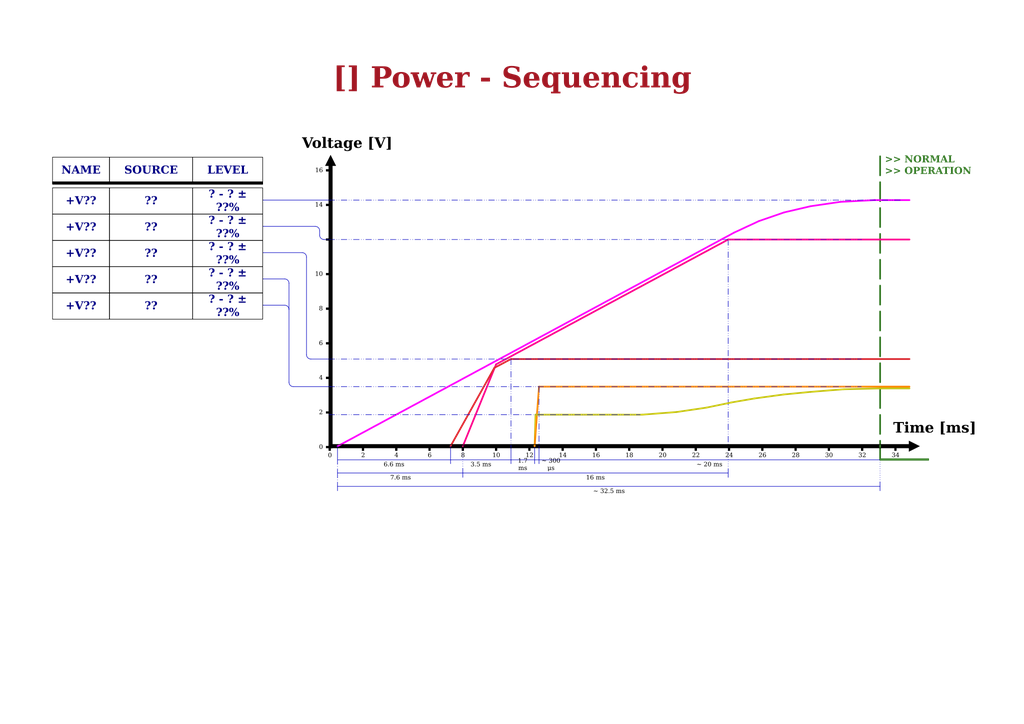
<source format=kicad_sch>
(kicad_sch
	(version 20231120)
	(generator "eeschema")
	(generator_version "8.0")
	(uuid "26e99a33-043b-499d-a26e-816ff79b487a")
	(paper "A4")
	(title_block
		(title "Power - Sequencing")
		(date "2025-01-12")
		(rev "${REVISION}")
		(company "${COMPANY}")
	)
	(lib_symbols)
	(polyline
		(pts
			(xy 155.067 129.413) (xy 156.337 112.141)
		)
		(stroke
			(width 0.5)
			(type default)
			(color 252 134 0 1)
		)
		(uuid "04060073-e3f7-4746-a0ff-3e5a4d411deb")
	)
	(polyline
		(pts
			(xy 134.239 130.048) (xy 134.239 135.9154)
		)
		(stroke
			(width 0)
			(type dot)
		)
		(uuid "046cc92e-5593-4a98-a7fa-f4bb7914ed0d")
	)
	(polyline
		(pts
			(xy 97.9424 133.3754) (xy 130.683 133.3754)
		)
		(stroke
			(width 0)
			(type default)
		)
		(uuid "04dcb800-6295-4fe9-a90b-0487be7268f9")
	)
	(polyline
		(pts
			(xy 97.8916 134.5946) (xy 97.8916 135.8646)
		)
		(stroke
			(width 0)
			(type dot)
		)
		(uuid "064a21e4-52a8-4681-8aa8-5954e753f93b")
	)
	(polyline
		(pts
			(xy 156.337 112.141) (xy 263.779 112.141)
		)
		(stroke
			(width 0.5)
			(type default)
			(color 252 134 0 1)
		)
		(uuid "0cbd4671-7c23-4c0d-a5d5-a92bdb9a4d49")
	)
	(polyline
		(pts
			(xy 95.377 120.269) (xy 185.674 120.269)
		)
		(stroke
			(width 0)
			(type dash_dot_dot)
		)
		(uuid "15d7f7a6-f4cb-4960-8d35-e1c8fc617471")
	)
	(polyline
		(pts
			(xy 148.209 129.413) (xy 148.209 134.493)
		)
		(stroke
			(width 0)
			(type default)
		)
		(uuid "16b1635d-d94b-404c-9ba2-39136e8869cb")
	)
	(polyline
		(pts
			(xy 92.71 66.929) (xy 92.71 68.199)
		)
		(stroke
			(width 0)
			(type default)
		)
		(uuid "18958601-6dec-4ba5-a1a5-a7514534cbda")
	)
	(polyline
		(pts
			(xy 148.209 104.14) (xy 263.779 104.14)
		)
		(stroke
			(width 0.5)
			(type default)
			(color 218 36 44 1)
		)
		(uuid "1bc3e0b2-f1bd-4c65-9de9-401f09dad51c")
	)
	(polyline
		(pts
			(xy 220.091 64.135) (xy 227.457 61.595)
		)
		(stroke
			(width 0.5)
			(type default)
			(color 255 0 255 1)
		)
		(uuid "1cd97e7c-801d-419a-a510-43b5a762b207")
	)
	(polyline
		(pts
			(xy 82.55 88.519) (xy 76.2 88.519)
		)
		(stroke
			(width 0)
			(type default)
		)
		(uuid "1ed88917-e6ee-4df6-9216-8c2e0da78129")
	)
	(polyline
		(pts
			(xy 95.377 112.141) (xy 249.809 112.141)
		)
		(stroke
			(width 0)
			(type dash_dot_dot)
		)
		(uuid "1ff6572d-143c-4238-8f25-067e720bbbbf")
	)
	(polyline
		(pts
			(xy 93.98 69.469) (xy 95.377 69.469)
		)
		(stroke
			(width 0)
			(type default)
		)
		(uuid "29e09398-a3a9-4f57-bfdd-38d07564c58a")
	)
	(polyline
		(pts
			(xy 95.885 112.141) (xy 85.09 112.141)
		)
		(stroke
			(width 0)
			(type default)
		)
		(uuid "32a96fb3-77e5-46f5-a25a-4e98102aa427")
	)
	(polyline
		(pts
			(xy 255.143 112.649) (xy 263.779 112.649)
		)
		(stroke
			(width 0.5)
			(type default)
			(color 197 195 20 1)
		)
		(uuid "3a3d00c3-56ec-4d8a-a7d9-0397fa3a3e45")
	)
	(polyline
		(pts
			(xy 143.891 105.664) (xy 211.201 69.469)
		)
		(stroke
			(width 0.5)
			(type solid)
			(color 255 0 133 1)
		)
		(uuid "3d857eb2-5f91-48c0-9112-8afff14dfc65")
	)
	(polyline
		(pts
			(xy 204.851 118.237) (xy 212.217 116.713)
		)
		(stroke
			(width 0.5)
			(type default)
			(color 197 195 20 1)
		)
		(uuid "402e934a-8d83-49e6-8a3f-99b8ca899696")
	)
	(polyline
		(pts
			(xy 196.215 119.507) (xy 204.851 118.237)
		)
		(stroke
			(width 0.5)
			(type default)
			(color 197 195 20 1)
		)
		(uuid "4280c61a-45c8-4a7b-8270-a5d60633d130")
	)
	(polyline
		(pts
			(xy 95.377 58.039) (xy 76.2 58.039)
		)
		(stroke
			(width 0)
			(type default)
		)
		(uuid "4388f8f9-e0d2-46b2-97ec-882929091d71")
	)
	(polyline
		(pts
			(xy 211.201 69.469) (xy 263.779 69.469)
		)
		(stroke
			(width 0.5)
			(type solid)
			(color 255 0 133 1)
		)
		(uuid "44eaf96d-5e45-4a70-a3bf-1dd8afa456ac")
	)
	(polyline
		(pts
			(xy 134.239 129.413) (xy 143.891 105.664)
		)
		(stroke
			(width 0.5)
			(type solid)
			(color 255 0 133 1)
		)
		(uuid "4eef8a3c-2175-45b3-ab23-de0f873ffbfe")
	)
	(polyline
		(pts
			(xy 97.917 137.1854) (xy 134.239 137.1854)
		)
		(stroke
			(width 0)
			(type default)
		)
		(uuid "4f57c6b4-b978-45ec-9844-c8ad9e61aa5d")
	)
	(polyline
		(pts
			(xy 97.8916 135.9916) (xy 97.8916 138.5316)
		)
		(stroke
			(width 0)
			(type default)
		)
		(uuid "55a4f36a-a576-4c2f-b3c7-44cf763ad263")
	)
	(polyline
		(pts
			(xy 130.683 129.413) (xy 130.683 134.493)
		)
		(stroke
			(width 0)
			(type default)
		)
		(uuid "59f6b2a0-7e51-4de0-b4fd-7157bff9feb1")
	)
	(polyline
		(pts
			(xy 156.337 112.141) (xy 156.337 129.54)
		)
		(stroke
			(width 0)
			(type dash_dot_dot)
		)
		(uuid "64127ee9-5aac-46d5-8312-47d575f0bc14")
	)
	(polyline
		(pts
			(xy 134.239 137.1854) (xy 211.201 137.1854)
		)
		(stroke
			(width 0)
			(type default)
		)
		(uuid "64e18181-ba56-425e-a951-a39d036b182e")
	)
	(polyline
		(pts
			(xy 88.9 74.549) (xy 88.9 102.87)
		)
		(stroke
			(width 0)
			(type default)
		)
		(uuid "6950ddd5-2163-4e4d-a69b-1648827f1d4e")
	)
	(polyline
		(pts
			(xy 227.203 114.427) (xy 235.077 113.665)
		)
		(stroke
			(width 0.5)
			(type default)
			(color 197 195 20 1)
		)
		(uuid "6f701289-21a0-4afa-8a26-75437883b9cb")
	)
	(polyline
		(pts
			(xy 95.25 104.14) (xy 90.17 104.14)
		)
		(stroke
			(width 0)
			(type default)
		)
		(uuid "732b4e53-2cc0-4ac9-9dac-c9cc59cee60a")
	)
	(polyline
		(pts
			(xy 97.917 129.413) (xy 212.979 67.437)
		)
		(stroke
			(width 0.5)
			(type default)
			(color 255 0 255 1)
		)
		(uuid "75c0d4eb-680e-4236-8404-80039f2fb5c4")
	)
	(polyline
		(pts
			(xy 148.209 133.3754) (xy 156.337 133.3754)
		)
		(stroke
			(width 0)
			(type default)
		)
		(uuid "7a09a949-b4b2-4f5c-8ed7-541bb7ec8242")
	)
	(polyline
		(pts
			(xy 253.619 58.039) (xy 263.779 58.039)
		)
		(stroke
			(width 0.5)
			(type default)
			(color 255 0 255 1)
		)
		(uuid "7c9da14b-e301-4a66-ab5f-3de8a268a500")
	)
	(polyline
		(pts
			(xy 243.713 58.547) (xy 253.619 58.039)
		)
		(stroke
			(width 0.5)
			(type default)
			(color 255 0 255 1)
		)
		(uuid "7e4a6444-ec8a-42d3-b128-92a227d1bbb1")
	)
	(polyline
		(pts
			(xy 255.2446 139.8016) (xy 255.2446 142.3416)
		)
		(stroke
			(width 0)
			(type default)
		)
		(uuid "824156ed-8aad-4a35-b28e-d323269989cb")
	)
	(polyline
		(pts
			(xy 148.209 104.14) (xy 148.209 129.413)
		)
		(stroke
			(width 0)
			(type dash_dot_dot)
		)
		(uuid "83b6a3d6-ec25-4a6c-9af7-165178736be2")
	)
	(polyline
		(pts
			(xy 155.067 129.413) (xy 155.321 120.269)
		)
		(stroke
			(width 0.5)
			(type default)
			(color 197 195 20 1)
		)
		(uuid "8c9b1f94-ee83-40e1-ac4c-d0d3d4c40fd4")
	)
	(polyline
		(pts
			(xy 130.7338 133.3754) (xy 148.2598 133.3754)
		)
		(stroke
			(width 0)
			(type default)
		)
		(uuid "8e1b23d4-66f6-4ba2-87da-0e97cd9d658e")
	)
	(polyline
		(pts
			(xy 218.821 115.57) (xy 227.203 114.427)
		)
		(stroke
			(width 0.5)
			(type default)
			(color 197 195 20 1)
		)
		(uuid "9118ad58-9912-450d-b082-4e11db19b414")
	)
	(polyline
		(pts
			(xy 97.8916 129.3876) (xy 97.8916 134.5946)
		)
		(stroke
			(width 0)
			(type default)
		)
		(uuid "98a27ce4-9530-490a-9598-1b7219c1978c")
	)
	(polyline
		(pts
			(xy 186.309 120.269) (xy 196.215 119.507)
		)
		(stroke
			(width 0.5)
			(type default)
			(color 197 195 20 1)
		)
		(uuid "9a4cede9-4ef9-487c-96d7-44db94e0cc0a")
	)
	(polyline
		(pts
			(xy 83.82 82.169) (xy 83.82 110.871)
		)
		(stroke
			(width 0)
			(type default)
		)
		(uuid "9b393a09-50e4-494d-8031-bbbbaced5b06")
	)
	(polyline
		(pts
			(xy 227.457 61.595) (xy 235.077 59.817)
		)
		(stroke
			(width 0.5)
			(type default)
			(color 255 0 255 1)
		)
		(uuid "9e59442d-6890-4c04-af21-553df02642af")
	)
	(polyline
		(pts
			(xy 97.8916 138.5316) (xy 97.8916 139.8016)
		)
		(stroke
			(width 0)
			(type dot)
		)
		(uuid "a158a145-3fd3-45df-929d-eb5cc24ceb4a")
	)
	(polyline
		(pts
			(xy 95.377 58.039) (xy 261.239 58.039)
		)
		(stroke
			(width 0)
			(type dash_dot_dot)
		)
		(uuid "a298d0fc-a47f-419c-87b7-da6d9dffef47")
	)
	(polyline
		(pts
			(xy 155.321 120.269) (xy 186.309 120.269)
		)
		(stroke
			(width 0.5)
			(type default)
			(color 197 195 20 1)
		)
		(uuid "a560ffaa-9a21-4d44-a176-8e4e8fbec7b0")
	)
	(polyline
		(pts
			(xy 95.377 69.469) (xy 249.936 69.469)
		)
		(stroke
			(width 0)
			(type dash_dot_dot)
		)
		(uuid "b69a9f75-60f8-47b6-946e-464b81244be4")
	)
	(polyline
		(pts
			(xy 130.683 129.413) (xy 143.383 106.68)
		)
		(stroke
			(width 0.5)
			(type default)
			(color 218 36 44 1)
		)
		(uuid "b8177396-61fe-43b2-87eb-3c188308fb8c")
	)
	(polyline
		(pts
			(xy 211.201 69.469) (xy 211.201 129.413)
		)
		(stroke
			(width 0)
			(type dash_dot_dot)
		)
		(uuid "ba0e0e57-e2a2-4d76-95e5-f65f4748c5a4")
	)
	(polyline
		(pts
			(xy 97.8916 139.827) (xy 97.8916 142.3416)
		)
		(stroke
			(width 0)
			(type default)
		)
		(uuid "ba4853f8-e420-47ab-8250-bc2cf5d6f59d")
	)
	(polyline
		(pts
			(xy 255.2446 139.8016) (xy 255.2446 133.3246)
		)
		(stroke
			(width 0)
			(type dot)
		)
		(uuid "c1b58298-e82e-4386-ad61-b5cf2bf16fb6")
	)
	(polyline
		(pts
			(xy 91.44 65.659) (xy 76.2 65.659)
		)
		(stroke
			(width 0)
			(type default)
		)
		(uuid "c1d4c6d9-7f4b-40de-83c9-e555724cad71")
	)
	(polyline
		(pts
			(xy 95.377 104.14) (xy 249.809 104.14)
		)
		(stroke
			(width 0)
			(type dash_dot_dot)
		)
		(uuid "c28926c4-6444-4efc-8a98-12a4ac9eb80f")
	)
	(polyline
		(pts
			(xy 156.337 133.3754) (xy 255.2954 133.3754)
		)
		(stroke
			(width 0)
			(type default)
		)
		(uuid "c35beeb1-614a-40f2-a0d5-8295a3825a11")
	)
	(polyline
		(pts
			(xy 211.201 129.413) (xy 211.201 135.509)
		)
		(stroke
			(width 0)
			(type dot)
		)
		(uuid "c6f3a941-76c0-4c68-88f8-94b215297e35")
	)
	(polyline
		(pts
			(xy 211.201 135.9154) (xy 211.201 138.4554)
		)
		(stroke
			(width 0)
			(type default)
		)
		(uuid "cd5ffc00-2ce1-4a7c-b3d2-2cde3fe51dee")
	)
	(polyline
		(pts
			(xy 155.067 129.54) (xy 155.067 134.493)
		)
		(stroke
			(width 0)
			(type default)
		)
		(uuid "ceb42873-f2d5-4dc0-afb9-0aef6086d594")
	)
	(polyline
		(pts
			(xy 156.337 129.54) (xy 156.337 134.493)
		)
		(stroke
			(width 0)
			(type default)
		)
		(uuid "d0925e5d-b937-4361-8ff4-650f1e460ebf")
	)
	(polyline
		(pts
			(xy 76.2 73.279) (xy 87.63 73.279)
		)
		(stroke
			(width 0)
			(type default)
		)
		(uuid "d4b32b04-e775-48e2-b45c-391aca49d61d")
	)
	(polyline
		(pts
			(xy 97.8916 141.0716) (xy 255.2446 141.0716)
		)
		(stroke
			(width 0)
			(type default)
		)
		(uuid "df4d400e-cd57-40c5-80b7-955eec167790")
	)
	(polyline
		(pts
			(xy 255.27 133.35) (xy 255.27 45.339)
		)
		(stroke
			(width 0.5)
			(type dash)
			(color 53 123 38 1)
		)
		(uuid "e0585ef4-3cb5-4ca4-9291-ea6d4631b9df")
	)
	(polyline
		(pts
			(xy 244.729 112.903) (xy 255.143 112.649)
		)
		(stroke
			(width 0.5)
			(type default)
			(color 197 195 20 1)
		)
		(uuid "e3a6d83c-7fe1-4f59-b346-209f9b534df9")
	)
	(polyline
		(pts
			(xy 235.077 113.665) (xy 244.729 112.903)
		)
		(stroke
			(width 0.5)
			(type default)
			(color 197 195 20 1)
		)
		(uuid "e54b7c30-2392-4e52-9ba8-aa0aae3cb26e")
	)
	(polyline
		(pts
			(xy 134.239 135.9154) (xy 134.239 138.4554)
		)
		(stroke
			(width 0)
			(type default)
		)
		(uuid "e74fdd31-8d22-4f61-9d4e-3f6cfd0430c8")
	)
	(polyline
		(pts
			(xy 212.217 116.713) (xy 218.821 115.57)
		)
		(stroke
			(width 0.5)
			(type default)
			(color 197 195 20 1)
		)
		(uuid "e862e0b6-7246-4b91-b58e-fd92c4ba890f")
	)
	(polyline
		(pts
			(xy 143.383 106.68) (xy 148.209 104.14)
		)
		(stroke
			(width 0.5)
			(type default)
			(color 218 36 44 1)
		)
		(uuid "ea13e551-8e4a-4dcc-ba0b-5407e144a22d")
	)
	(polyline
		(pts
			(xy 212.979 67.437) (xy 220.091 64.135)
		)
		(stroke
			(width 0.5)
			(type default)
			(color 255 0 255 1)
		)
		(uuid "ebd69697-1f1b-4c95-905c-1c7c8409afbc")
	)
	(polyline
		(pts
			(xy 235.077 59.817) (xy 243.713 58.547)
		)
		(stroke
			(width 0.5)
			(type default)
			(color 255 0 255 1)
		)
		(uuid "f1ebfb76-e142-488c-88cf-b31fb01b5d8f")
	)
	(polyline
		(pts
			(xy 82.55 80.899) (xy 76.2 80.899)
		)
		(stroke
			(width 0)
			(type default)
		)
		(uuid "f90643b4-a30a-42fa-903d-6b9324bb08a3")
	)
	(rectangle
		(start 94.615 119.38)
		(end 96.139 119.888)
		(stroke
			(width 0)
			(type default)
			(color 0 0 0 1)
		)
		(fill
			(type color)
			(color 0 0 0 1)
		)
		(uuid 01c9fd1d-d2cd-474e-a2f2-7336d2eb5438)
	)
	(rectangle
		(start 114.681 129.159)
		(end 115.189 130.683)
		(stroke
			(width 0)
			(type default)
			(color 0 0 0 1)
		)
		(fill
			(type color)
			(color 0 0 0 1)
		)
		(uuid 085660ca-3a67-46bf-85b0-bb74abf891e3)
	)
	(rectangle
		(start 191.897 129.159)
		(end 192.405 130.683)
		(stroke
			(width 0)
			(type default)
			(color 0 0 0 1)
		)
		(fill
			(type color)
			(color 0 0 0 1)
		)
		(uuid 09774e91-f9d0-4db9-9e0f-815490f4898d)
	)
	(arc
		(start 82.55 80.897)
		(mid 83.4487 81.2689)
		(end 83.82 82.167)
		(stroke
			(width 0)
			(type default)
		)
		(fill
			(type none)
		)
		(uuid 0c0f9f41-f41f-4d24-90e5-831fa1470dea)
	)
	(rectangle
		(start 249.809 129.159)
		(end 250.317 130.683)
		(stroke
			(width 0)
			(type default)
			(color 0 0 0 1)
		)
		(fill
			(type color)
			(color 0 0 0 1)
		)
		(uuid 1c1e908e-05f8-44d9-8561-32d60503f5fa)
	)
	(rectangle
		(start 220.853 129.159)
		(end 221.361 130.683)
		(stroke
			(width 0)
			(type default)
			(color 0 0 0 1)
		)
		(fill
			(type color)
			(color 0 0 0 1)
		)
		(uuid 205e879f-c514-4b78-8bf1-d45ed4980894)
	)
	(rectangle
		(start 94.615 79.248)
		(end 96.139 79.756)
		(stroke
			(width 0)
			(type default)
			(color 0 0 0 1)
		)
		(fill
			(type color)
			(color 0 0 0 1)
		)
		(uuid 23111c0a-8311-4e0b-b6b5-bb05b9cd3eab)
	)
	(rectangle
		(start 201.549 129.159)
		(end 202.057 130.683)
		(stroke
			(width 0)
			(type default)
			(color 0 0 0 1)
		)
		(fill
			(type color)
			(color 0 0 0 1)
		)
		(uuid 3b7d974c-37a0-442f-9733-47c591f05f53)
	)
	(arc
		(start 91.44 65.659)
		(mid 92.338 66.031)
		(end 92.71 66.929)
		(stroke
			(width 0)
			(type default)
		)
		(fill
			(type none)
		)
		(uuid 3c5d6acd-d97b-4c05-80b5-9742f3e3b5f0)
	)
	(rectangle
		(start 95.377 129.159)
		(end 95.885 130.683)
		(stroke
			(width 0)
			(type default)
			(color 0 0 0 1)
		)
		(fill
			(type color)
			(color 0 0 0 1)
		)
		(uuid 3dd077b4-ca8f-47c2-bee1-2e3802083be7)
	)
	(rectangle
		(start 133.985 129.159)
		(end 134.493 130.683)
		(stroke
			(width 0)
			(type default)
			(color 0 0 0 1)
		)
		(fill
			(type color)
			(color 0 0 0 1)
		)
		(uuid 3e62ef00-0c8e-41fa-b2f3-08de867fa54f)
	)
	(rectangle
		(start 94.615 69.215)
		(end 96.139 69.723)
		(stroke
			(width 0)
			(type default)
			(color 0 0 0 1)
		)
		(fill
			(type color)
			(color 0 0 0 1)
		)
		(uuid 421293c6-3cf3-494b-b1c5-7fc458134e79)
	)
	(rectangle
		(start 15.24 52.705)
		(end 76.2 53.467)
		(stroke
			(width 0)
			(type default)
			(color 0 0 0 1)
		)
		(fill
			(type color)
			(color 0 0 0 1)
		)
		(uuid 42271fe1-5842-414e-a310-4925dcee0008)
	)
	(rectangle
		(start 94.615 89.281)
		(end 96.139 89.789)
		(stroke
			(width 0)
			(type default)
			(color 0 0 0 1)
		)
		(fill
			(type color)
			(color 0 0 0 1)
		)
		(uuid 469c46ff-b6e8-4790-b52f-1ed9a2bdd1f8)
	)
	(rectangle
		(start 162.941 129.159)
		(end 163.449 130.683)
		(stroke
			(width 0)
			(type default)
			(color 0 0 0 1)
		)
		(fill
			(type color)
			(color 0 0 0 1)
		)
		(uuid 56c4474d-0301-4408-974f-0518f1baa953)
	)
	(rectangle
		(start 143.637 129.159)
		(end 144.145 130.683)
		(stroke
			(width 0)
			(type default)
			(color 0 0 0 1)
		)
		(fill
			(type color)
			(color 0 0 0 1)
		)
		(uuid 5eee5b1a-6c26-4234-8466-170b3f779aa3)
	)
	(rectangle
		(start 95.377 128.905)
		(end 263.779 129.921)
		(stroke
			(width 0)
			(type default)
			(color 0 0 0 1)
		)
		(fill
			(type color)
			(color 0 0 0 1)
		)
		(uuid 6d8a1105-6737-4a0b-9f5f-040b945eed17)
	)
	(arc
		(start 90.17 104.141)
		(mid 89.2716 103.7691)
		(end 88.9 102.871)
		(stroke
			(width 0)
			(type default)
		)
		(fill
			(type none)
		)
		(uuid 7b2230f0-ce99-43e9-84a4-a791101d7b85)
	)
	(rectangle
		(start 94.615 99.314)
		(end 96.139 99.822)
		(stroke
			(width 0)
			(type default)
			(color 0 0 0 1)
		)
		(fill
			(type color)
			(color 0 0 0 1)
		)
		(uuid 7f8be5cb-90a9-46c5-97db-3d1d78b2f341)
	)
	(rectangle
		(start 94.615 109.347)
		(end 96.139 109.855)
		(stroke
			(width 0)
			(type default)
			(color 0 0 0 1)
		)
		(fill
			(type color)
			(color 0 0 0 1)
		)
		(uuid 7fdcc2de-fa58-4066-9ff8-f7d6046e1167)
	)
	(rectangle
		(start 259.461 129.159)
		(end 259.969 130.683)
		(stroke
			(width 0)
			(type default)
			(color 0 0 0 1)
		)
		(fill
			(type color)
			(color 0 0 0 1)
		)
		(uuid 842b39c1-4ee6-4238-8b46-e785731d06f1)
	)
	(rectangle
		(start 105.029 129.159)
		(end 105.537 130.683)
		(stroke
			(width 0)
			(type default)
			(color 0 0 0 1)
		)
		(fill
			(type color)
			(color 0 0 0 1)
		)
		(uuid 960a89ab-5167-4e3c-95c8-b3e891644096)
	)
	(rectangle
		(start 240.157 129.159)
		(end 240.665 130.683)
		(stroke
			(width 0)
			(type default)
			(color 0 0 0 1)
		)
		(fill
			(type color)
			(color 0 0 0 1)
		)
		(uuid 96e56ef9-debd-4418-8330-7dca10cdbbe7)
	)
	(rectangle
		(start 95.377 47.371)
		(end 96.393 129.921)
		(stroke
			(width 0)
			(type default)
			(color 0 0 0 1)
		)
		(fill
			(type color)
			(color 0 0 0 1)
		)
		(uuid 996b6b38-3a4b-457c-8281-2dd4304c7e91)
	)
	(arc
		(start 82.55 88.516)
		(mid 83.4491 88.8878)
		(end 83.82 89.786)
		(stroke
			(width 0)
			(type default)
		)
		(fill
			(type none)
		)
		(uuid 9ad9af7d-f870-4f4d-b863-a3cb88d12708)
	)
	(rectangle
		(start 211.201 129.159)
		(end 211.709 130.683)
		(stroke
			(width 0)
			(type default)
			(color 0 0 0 1)
		)
		(fill
			(type color)
			(color 0 0 0 1)
		)
		(uuid 9bd636ad-96b2-4037-90f6-ad48772c0413)
	)
	(rectangle
		(start 230.505 129.159)
		(end 231.013 130.683)
		(stroke
			(width 0)
			(type default)
			(color 0 0 0 1)
		)
		(fill
			(type color)
			(color 0 0 0 1)
		)
		(uuid ab3483ad-9beb-416f-a41c-b3b1b7dc1850)
	)
	(rectangle
		(start 94.615 49.149)
		(end 96.139 49.657)
		(stroke
			(width 0)
			(type default)
			(color 0 0 0 1)
		)
		(fill
			(type color)
			(color 0 0 0 1)
		)
		(uuid b0c9fcec-fe45-4575-885f-193ce09a72d8)
	)
	(rectangle
		(start 172.593 129.159)
		(end 173.101 130.683)
		(stroke
			(width 0)
			(type default)
			(color 0 0 0 1)
		)
		(fill
			(type color)
			(color 0 0 0 1)
		)
		(uuid bacf2a60-ebce-4900-a491-53d1d841d529)
	)
	(rectangle
		(start 124.333 129.159)
		(end 124.841 130.683)
		(stroke
			(width 0)
			(type default)
			(color 0 0 0 1)
		)
		(fill
			(type color)
			(color 0 0 0 1)
		)
		(uuid c0e4d47a-808d-44d6-ac4a-0f050619e78d)
	)
	(arc
		(start 93.98 69.47)
		(mid 93.0816 69.0981)
		(end 92.71 68.2)
		(stroke
			(width 0)
			(type default)
		)
		(fill
			(type none)
		)
		(uuid c23b0f3d-e1fb-4eb1-9484-38fb02d60c76)
	)
	(rectangle
		(start 255.27 133.0198)
		(end 269.367 133.5278)
		(stroke
			(width 0)
			(type default)
			(color 53 123 38 1)
		)
		(fill
			(type color)
			(color 53 123 38 1)
		)
		(uuid cd333f61-3a84-425e-9405-6c9441d11e74)
	)
	(arc
		(start 87.63 73.278)
		(mid 88.5284 73.6499)
		(end 88.9 74.548)
		(stroke
			(width 0)
			(type default)
		)
		(fill
			(type none)
		)
		(uuid d7c738e5-3058-4b9a-a958-4d502446d8e3)
	)
	(rectangle
		(start 94.615 59.182)
		(end 96.139 59.69)
		(stroke
			(width 0)
			(type default)
			(color 0 0 0 1)
		)
		(fill
			(type color)
			(color 0 0 0 1)
		)
		(uuid d880b30a-ae22-4b99-94cc-3cc9c533e8e9)
	)
	(rectangle
		(start 182.245 129.159)
		(end 182.753 130.683)
		(stroke
			(width 0)
			(type default)
			(color 0 0 0 1)
		)
		(fill
			(type color)
			(color 0 0 0 1)
		)
		(uuid f32b3655-beae-4c32-8ac8-4acf2e080e86)
	)
	(rectangle
		(start 153.289 129.159)
		(end 153.797 130.683)
		(stroke
			(width 0)
			(type default)
			(color 0 0 0 1)
		)
		(fill
			(type color)
			(color 0 0 0 1)
		)
		(uuid f8dd6608-6fed-4399-a2fa-9a4460646543)
	)
	(arc
		(start 85.09 112.144)
		(mid 84.1909 111.7722)
		(end 83.82 110.874)
		(stroke
			(width 0)
			(type default)
		)
		(fill
			(type none)
		)
		(uuid fa9c855a-c6c8-4a57-823f-c3bb6c2a3ab3)
	)
	(rectangle
		(start 94.615 129.413)
		(end 96.139 129.921)
		(stroke
			(width 0)
			(type default)
			(color 0 0 0 1)
		)
		(fill
			(type color)
			(color 0 0 0 1)
		)
		(uuid fbce5f74-e6dc-4caf-95b1-d2e389cbff45)
	)
	(text_box "3.5 ms"
		(exclude_from_sim no)
		(at 130.6576 133.4516 0)
		(size 17.653 2.54)
		(stroke
			(width -0.0001)
			(type default)
		)
		(fill
			(type none)
		)
		(effects
			(font
				(face "Times New Roman")
				(size 1.27 1.27)
				(color 0 0 0 1)
			)
		)
		(uuid "057279ac-9604-4990-8e26-7bec51ceaf06")
	)
	(text_box "18"
		(exclude_from_sim no)
		(at 180.8226 130.7846 0)
		(size 3.429 2.54)
		(stroke
			(width -0.0001)
			(type default)
		)
		(fill
			(type none)
		)
		(effects
			(font
				(face "Times New Roman")
				(size 1.27 1.27)
				(color 0 0 0 1)
			)
		)
		(uuid "08241509-e60b-45e1-b1ab-84f794ba668b")
	)
	(text_box "24"
		(exclude_from_sim no)
		(at 209.7786 130.7846 0)
		(size 3.429 2.54)
		(stroke
			(width -0.0001)
			(type default)
		)
		(fill
			(type none)
		)
		(effects
			(font
				(face "Times New Roman")
				(size 1.27 1.27)
				(color 0 0 0 1)
			)
		)
		(uuid "09ad8a29-0526-43a2-bbd5-b6f200d8097b")
	)
	(text_box "8"
		(exclude_from_sim no)
		(at 132.5626 130.7846 0)
		(size 3.429 2.54)
		(stroke
			(width -0.0001)
			(type default)
		)
		(fill
			(type none)
		)
		(effects
			(font
				(face "Times New Roman")
				(size 1.27 1.27)
				(color 0 0 0 1)
			)
		)
		(uuid "0de4d20a-cc42-420d-81c0-b6c33e089acb")
	)
	(text_box "7.6 ms"
		(exclude_from_sim no)
		(at 98.0186 137.2616 0)
		(size 36.322 2.54)
		(stroke
			(width -0.0001)
			(type default)
		)
		(fill
			(type none)
		)
		(effects
			(font
				(face "Times New Roman")
				(size 1.27 1.27)
				(color 0 0 0 1)
			)
		)
		(uuid "1013f434-6a63-4228-8d39-5e75ca888b6f")
	)
	(text_box "? - ? ± ??%"
		(exclude_from_sim no)
		(at 55.88 84.963 0)
		(size 20.32 7.62)
		(stroke
			(width 0)
			(type default)
			(color 0 0 0 1)
		)
		(fill
			(type none)
		)
		(effects
			(font
				(face "Times New Roman")
				(size 2.286 2.286)
				(bold yes)
				(color 0 0 127 1)
			)
		)
		(uuid "168bea25-5ecd-4637-ad4e-9c2d6a44d991")
	)
	(text_box "16"
		(exclude_from_sim no)
		(at 87.757 48.133 0)
		(size 6.858 2.54)
		(stroke
			(width -0.0001)
			(type default)
		)
		(fill
			(type none)
		)
		(effects
			(font
				(face "Times New Roman")
				(size 1.27 1.27)
				(color 0 0 0 1)
			)
			(justify right)
		)
		(uuid "1acc95ba-1aa1-4082-b81d-95c58a7a5af8")
	)
	(text_box "28"
		(exclude_from_sim no)
		(at 229.0826 130.7846 0)
		(size 3.429 2.54)
		(stroke
			(width -0.0001)
			(type default)
		)
		(fill
			(type none)
		)
		(effects
			(font
				(face "Times New Roman")
				(size 1.27 1.27)
				(color 0 0 0 1)
			)
		)
		(uuid "1b5838a0-a4ae-4fb3-ae92-0f87f906c2fd")
	)
	(text_box "~ 300 μs"
		(exclude_from_sim no)
		(at 154.9146 133.4516 0)
		(size 9.779 2.54)
		(stroke
			(width -0.0001)
			(type default)
		)
		(fill
			(type none)
		)
		(effects
			(font
				(face "Times New Roman")
				(size 1.27 1.27)
				(color 0 0 0 1)
			)
		)
		(uuid "20bbe4a3-b3be-4f55-b2bf-0186c6f41602")
	)
	(text_box "10"
		(exclude_from_sim no)
		(at 142.2146 130.7846 0)
		(size 3.429 2.54)
		(stroke
			(width -0.0001)
			(type default)
		)
		(fill
			(type none)
		)
		(effects
			(font
				(face "Times New Roman")
				(size 1.27 1.27)
				(color 0 0 0 1)
			)
		)
		(uuid "233b215e-473b-40c1-8a9f-d71a58a647c1")
	)
	(text_box "1.7 ms"
		(exclude_from_sim no)
		(at 148.1836 133.4516 0)
		(size 6.858 2.54)
		(stroke
			(width -0.0001)
			(type default)
		)
		(fill
			(type none)
		)
		(effects
			(font
				(face "Times New Roman")
				(size 1.27 1.27)
				(color 0 0 0 1)
			)
		)
		(uuid "26c95559-cfb5-4481-9360-985eb89e9388")
	)
	(text_box "16 ms"
		(exclude_from_sim no)
		(at 134.2136 137.2616 0)
		(size 76.962 2.54)
		(stroke
			(width -0.0001)
			(type default)
		)
		(fill
			(type none)
		)
		(effects
			(font
				(face "Times New Roman")
				(size 1.27 1.27)
				(color 0 0 0 1)
			)
		)
		(uuid "288b5377-4e86-405e-bd20-a9e364c04dba")
	)
	(text_box "+V??"
		(exclude_from_sim no)
		(at 15.24 62.103 0)
		(size 16.51 7.62)
		(stroke
			(width 0)
			(type default)
			(color 0 0 0 1)
		)
		(fill
			(type none)
		)
		(effects
			(font
				(face "Times New Roman")
				(size 2.286 2.286)
				(bold yes)
				(color 0 0 127 1)
			)
		)
		(uuid "2d5ddbed-d046-46bd-afde-e8972921e7be")
	)
	(text_box "20"
		(exclude_from_sim no)
		(at 190.4746 130.7846 0)
		(size 3.429 2.54)
		(stroke
			(width -0.0001)
			(type default)
		)
		(fill
			(type none)
		)
		(effects
			(font
				(face "Times New Roman")
				(size 1.27 1.27)
				(color 0 0 0 1)
			)
		)
		(uuid "2e2baf2b-607e-438c-8d19-d89e05695d71")
	)
	(text_box "4"
		(exclude_from_sim no)
		(at 87.7316 108.3056 0)
		(size 6.858 2.54)
		(stroke
			(width -0.0001)
			(type default)
		)
		(fill
			(type none)
		)
		(effects
			(font
				(face "Times New Roman")
				(size 1.27 1.27)
				(color 0 0 0 1)
			)
			(justify right)
		)
		(uuid "3010b19b-c99d-4b77-bf14-7f71b9f36a3e")
	)
	(text_box "??"
		(exclude_from_sim no)
		(at 31.75 84.963 0)
		(size 24.13 7.62)
		(stroke
			(width 0)
			(type default)
			(color 0 0 0 1)
		)
		(fill
			(type none)
		)
		(effects
			(font
				(face "Times New Roman")
				(size 2.286 2.286)
				(bold yes)
				(color 0 0 127 1)
			)
		)
		(uuid "34a00741-5aa3-425e-8d2f-36fe2780fcc3")
	)
	(text_box "??"
		(exclude_from_sim no)
		(at 31.75 62.103 0)
		(size 24.13 7.62)
		(stroke
			(width 0)
			(type default)
			(color 0 0 0 1)
		)
		(fill
			(type none)
		)
		(effects
			(font
				(face "Times New Roman")
				(size 2.286 2.286)
				(bold yes)
				(color 0 0 127 1)
			)
		)
		(uuid "362b01b6-9828-4b98-a400-4a3f9ece633a")
	)
	(text_box "32"
		(exclude_from_sim no)
		(at 248.3866 130.7846 0)
		(size 3.429 2.54)
		(stroke
			(width -0.0001)
			(type default)
		)
		(fill
			(type none)
		)
		(effects
			(font
				(face "Times New Roman")
				(size 1.27 1.27)
				(color 0 0 0 1)
			)
		)
		(uuid "3ab2035b-94f9-4133-b63d-2dbd7b4e6e49")
	)
	(text_box "LEVEL"
		(exclude_from_sim no)
		(at 55.88 45.593 0)
		(size 20.32 7.62)
		(stroke
			(width 0)
			(type default)
			(color 0 0 0 1)
		)
		(fill
			(type none)
		)
		(effects
			(font
				(face "Times New Roman")
				(size 2.286 2.286)
				(bold yes)
				(color 0 0 127 1)
			)
		)
		(uuid "3cd39124-5460-432f-a6e2-6e3d0cfdc884")
	)
	(text_box "NAME"
		(exclude_from_sim no)
		(at 15.24 45.593 0)
		(size 16.51 7.62)
		(stroke
			(width 0)
			(type default)
			(color 0 0 0 1)
		)
		(fill
			(type none)
		)
		(effects
			(font
				(face "Times New Roman")
				(size 2.286 2.286)
				(bold yes)
				(color 0 0 127 1)
			)
		)
		(uuid "45440644-b7a1-4eca-8e5e-a9c7c9e4e343")
	)
	(text_box "6"
		(exclude_from_sim no)
		(at 122.9106 130.7846 0)
		(size 3.429 2.54)
		(stroke
			(width -0.0001)
			(type default)
		)
		(fill
			(type none)
		)
		(effects
			(font
				(face "Times New Roman")
				(size 1.27 1.27)
				(color 0 0 0 1)
			)
		)
		(uuid "52a74200-5717-4af9-b5e4-1d404429f3c6")
	)
	(text_box "+V??"
		(exclude_from_sim no)
		(at 15.24 77.343 0)
		(size 16.51 7.62)
		(stroke
			(width 0)
			(type default)
			(color 0 0 0 1)
		)
		(fill
			(type none)
		)
		(effects
			(font
				(face "Times New Roman")
				(size 2.286 2.286)
				(bold yes)
				(color 0 0 127 1)
			)
		)
		(uuid "534d6816-56cd-46a1-b732-3f07b130a1e6")
	)
	(text_box "~ 20 ms"
		(exclude_from_sim no)
		(at 156.3116 133.4516 0)
		(size 98.933 2.54)
		(stroke
			(width -0.0001)
			(type default)
		)
		(fill
			(type none)
		)
		(effects
			(font
				(face "Times New Roman")
				(size 1.27 1.27)
				(color 0 0 0 1)
			)
		)
		(uuid "53d1cf93-77bb-4e07-8e05-b99e1e701b70")
	)
	(text_box "SOURCE"
		(exclude_from_sim no)
		(at 31.75 45.593 0)
		(size 24.13 7.62)
		(stroke
			(width 0)
			(type default)
			(color 0 0 0 1)
		)
		(fill
			(type none)
		)
		(effects
			(font
				(face "Times New Roman")
				(size 2.286 2.286)
				(bold yes)
				(color 0 0 127 1)
			)
		)
		(uuid "5615c045-76fe-436f-b1ee-f5af0d2c63c0")
	)
	(text_box "4"
		(exclude_from_sim no)
		(at 113.2586 130.7846 0)
		(size 3.429 2.54)
		(stroke
			(width -0.0001)
			(type default)
		)
		(fill
			(type none)
		)
		(effects
			(font
				(face "Times New Roman")
				(size 1.27 1.27)
				(color 0 0 0 1)
			)
		)
		(uuid "5caf4e82-2927-400a-acd0-821d25796651")
	)
	(text_box "8"
		(exclude_from_sim no)
		(at 87.7316 88.2396 0)
		(size 6.858 2.54)
		(stroke
			(width -0.0001)
			(type default)
		)
		(fill
			(type none)
		)
		(effects
			(font
				(face "Times New Roman")
				(size 1.27 1.27)
				(color 0 0 0 1)
			)
			(justify right)
		)
		(uuid "6505df1b-9fde-4bbe-a672-be1b9857afa1")
	)
	(text_box "26"
		(exclude_from_sim no)
		(at 219.4306 130.7846 0)
		(size 3.429 2.54)
		(stroke
			(width -0.0001)
			(type default)
		)
		(fill
			(type none)
		)
		(effects
			(font
				(face "Times New Roman")
				(size 1.27 1.27)
				(color 0 0 0 1)
			)
		)
		(uuid "66adcae9-49e5-4fb7-a5be-2d5aa2aa227e")
	)
	(text_box "2"
		(exclude_from_sim no)
		(at 103.6066 130.7846 0)
		(size 3.429 2.54)
		(stroke
			(width -0.0001)
			(type default)
		)
		(fill
			(type none)
		)
		(effects
			(font
				(face "Times New Roman")
				(size 1.27 1.27)
				(color 0 0 0 1)
			)
		)
		(uuid "67b43e82-5cc6-4c5f-857a-bae126f94920")
	)
	(text_box "▲"
		(exclude_from_sim no)
		(at 94.615 45.085 0)
		(size 2.54 2.54)
		(stroke
			(width -0.0001)
			(type default)
		)
		(fill
			(type none)
		)
		(effects
			(font
				(face "Times New Roman")
				(size 3 3)
				(color 0 0 0 1)
			)
		)
		(uuid "69d7b4c2-c118-4b95-bd3b-473104ff316a")
	)
	(text_box "+V??"
		(exclude_from_sim no)
		(at 15.24 69.723 0)
		(size 16.51 7.62)
		(stroke
			(width 0)
			(type default)
			(color 0 0 0 1)
		)
		(fill
			(type none)
		)
		(effects
			(font
				(face "Times New Roman")
				(size 2.286 2.286)
				(bold yes)
				(color 0 0 127 1)
			)
		)
		(uuid "7c5e60ac-aa6c-44e8-8493-c0a9e5ff3009")
	)
	(text_box "14"
		(exclude_from_sim no)
		(at 161.5186 130.7846 0)
		(size 3.429 2.54)
		(stroke
			(width -0.0001)
			(type default)
		)
		(fill
			(type none)
		)
		(effects
			(font
				(face "Times New Roman")
				(size 1.27 1.27)
				(color 0 0 0 1)
			)
		)
		(uuid "7df7bfab-9129-461d-bdb7-48b4c71332fd")
	)
	(text_box "14"
		(exclude_from_sim no)
		(at 87.7316 58.1406 0)
		(size 6.858 2.54)
		(stroke
			(width -0.0001)
			(type default)
		)
		(fill
			(type none)
		)
		(effects
			(font
				(face "Times New Roman")
				(size 1.27 1.27)
				(color 0 0 0 1)
			)
			(justify right)
		)
		(uuid "7e86fc43-dc59-4681-818f-cb7ab0a72f3e")
	)
	(text_box "22"
		(exclude_from_sim no)
		(at 200.1266 130.7846 0)
		(size 3.429 2.54)
		(stroke
			(width -0.0001)
			(type default)
		)
		(fill
			(type none)
		)
		(effects
			(font
				(face "Times New Roman")
				(size 1.27 1.27)
				(color 0 0 0 1)
			)
		)
		(uuid "7f3e65a9-aab7-4e42-9498-fca7b427e5fc")
	)
	(text_box "[${#}] ${TITLE}"
		(exclude_from_sim no)
		(at 80.01 16.51 0)
		(size 137.16 12.7)
		(stroke
			(width -0.0001)
			(type default)
		)
		(fill
			(type none)
		)
		(effects
			(font
				(face "Times New Roman")
				(size 6 6)
				(thickness 1.2)
				(bold yes)
				(color 162 22 34 1)
			)
		)
		(uuid "80f76b8d-52cb-49fe-9647-9cd8137cf5f3")
	)
	(text_box "??"
		(exclude_from_sim no)
		(at 31.75 77.343 0)
		(size 24.13 7.62)
		(stroke
			(width 0)
			(type default)
			(color 0 0 0 1)
		)
		(fill
			(type none)
		)
		(effects
			(font
				(face "Times New Roman")
				(size 2.286 2.286)
				(bold yes)
				(color 0 0 127 1)
			)
		)
		(uuid "8966b19a-d616-412b-9b47-a52574bb7ce5")
	)
	(text_box "2"
		(exclude_from_sim no)
		(at 87.7316 118.3386 0)
		(size 6.858 2.54)
		(stroke
			(width -0.0001)
			(type default)
		)
		(fill
			(type none)
		)
		(effects
			(font
				(face "Times New Roman")
				(size 1.27 1.27)
				(color 0 0 0 1)
			)
			(justify right)
		)
		(uuid "8a474ee7-94fa-4ccc-b38a-f2fbfc4e735c")
	)
	(text_box "34"
		(exclude_from_sim no)
		(at 258.0386 130.7846 0)
		(size 3.429 2.54)
		(stroke
			(width -0.0001)
			(type default)
		)
		(fill
			(type none)
		)
		(effects
			(font
				(face "Times New Roman")
				(size 1.27 1.27)
				(color 0 0 0 1)
			)
		)
		(uuid "8dcf82bc-98be-4b97-af1b-f866a586ff9f")
	)
	(text_box "12"
		(exclude_from_sim no)
		(at 151.8666 130.7846 0)
		(size 3.429 2.54)
		(stroke
			(width -0.0001)
			(type default)
		)
		(fill
			(type none)
		)
		(effects
			(font
				(face "Times New Roman")
				(size 1.27 1.27)
				(color 0 0 0 1)
			)
		)
		(uuid "9334e207-a5ef-405d-9255-7532e4d805ec")
	)
	(text_box "??"
		(exclude_from_sim no)
		(at 31.75 69.723 0)
		(size 24.13 7.62)
		(stroke
			(width 0)
			(type default)
			(color 0 0 0 1)
		)
		(fill
			(type none)
		)
		(effects
			(font
				(face "Times New Roman")
				(size 2.286 2.286)
				(bold yes)
				(color 0 0 127 1)
			)
		)
		(uuid "96162dac-db58-49af-bc56-c797681d3382")
	)
	(text_box "0"
		(exclude_from_sim no)
		(at 93.98 130.81 0)
		(size 3.429 2.54)
		(stroke
			(width -0.0001)
			(type default)
		)
		(fill
			(type none)
		)
		(effects
			(font
				(face "Times New Roman")
				(size 1.27 1.27)
				(color 0 0 0 1)
			)
		)
		(uuid "9dba9cf1-c429-45db-bb2a-868858aa5986")
	)
	(text_box "??"
		(exclude_from_sim no)
		(at 31.75 54.483 0)
		(size 24.13 7.62)
		(stroke
			(width 0)
			(type default)
			(color 0 0 0 1)
		)
		(fill
			(type none)
		)
		(effects
			(font
				(face "Times New Roman")
				(size 2.286 2.286)
				(bold yes)
				(color 0 0 127 1)
			)
		)
		(uuid "a5a86ae4-3ea7-4429-8374-6853dbf3865c")
	)
	(text_box "? - ? ± ??%"
		(exclude_from_sim no)
		(at 55.88 69.723 0)
		(size 20.32 7.62)
		(stroke
			(width 0)
			(type default)
			(color 0 0 0 1)
		)
		(fill
			(type none)
		)
		(effects
			(font
				(face "Times New Roman")
				(size 2.286 2.286)
				(bold yes)
				(color 0 0 127 1)
			)
		)
		(uuid "aaf3a0b7-a131-4476-bccc-dd7373144909")
	)
	(text_box "? - ? ± ??%"
		(exclude_from_sim no)
		(at 55.88 77.343 0)
		(size 20.32 7.62)
		(stroke
			(width 0)
			(type default)
			(color 0 0 0 1)
		)
		(fill
			(type none)
		)
		(effects
			(font
				(face "Times New Roman")
				(size 2.286 2.286)
				(bold yes)
				(color 0 0 127 1)
			)
		)
		(uuid "ad3a5f07-5d67-4bdd-85a5-3e529605405c")
	)
	(text_box "+V??"
		(exclude_from_sim no)
		(at 15.24 84.963 0)
		(size 16.51 7.62)
		(stroke
			(width 0)
			(type default)
			(color 0 0 0 1)
		)
		(fill
			(type none)
		)
		(effects
			(font
				(face "Times New Roman")
				(size 2.286 2.286)
				(bold yes)
				(color 0 0 127 1)
			)
		)
		(uuid "b149cc82-24c2-4523-8290-e7d9f9f6c81a")
	)
	(text_box "+V??"
		(exclude_from_sim no)
		(at 15.24 54.483 0)
		(size 16.51 7.62)
		(stroke
			(width 0)
			(type default)
			(color 0 0 0 1)
		)
		(fill
			(type none)
		)
		(effects
			(font
				(face "Times New Roman")
				(size 2.286 2.286)
				(bold yes)
				(color 0 0 127 1)
			)
		)
		(uuid "b711fedc-ef03-4d2a-8b96-b7d593e5186d")
	)
	(text_box "6"
		(exclude_from_sim no)
		(at 87.7316 98.2726 0)
		(size 6.858 2.54)
		(stroke
			(width -0.0001)
			(type default)
		)
		(fill
			(type none)
		)
		(effects
			(font
				(face "Times New Roman")
				(size 1.27 1.27)
				(color 0 0 0 1)
			)
			(justify right)
		)
		(uuid "bce17a48-7e59-488b-9a33-1522b6d97175")
	)
	(text_box "6.6 ms"
		(exclude_from_sim no)
		(at 97.8916 133.4516 0)
		(size 32.766 2.54)
		(stroke
			(width -0.0001)
			(type default)
		)
		(fill
			(type none)
		)
		(effects
			(font
				(face "Times New Roman")
				(size 1.27 1.27)
				(color 0 0 0 1)
			)
		)
		(uuid "c588afea-31c7-4b80-a042-17fbbb6af658")
	)
	(text_box "0"
		(exclude_from_sim no)
		(at 87.757 128.397 0)
		(size 6.858 2.54)
		(stroke
			(width -0.0001)
			(type default)
		)
		(fill
			(type none)
		)
		(effects
			(font
				(face "Times New Roman")
				(size 1.27 1.27)
				(color 0 0 0 1)
			)
			(justify right)
		)
		(uuid "c5d537af-47e9-4471-8118-803a7ac0d798")
	)
	(text_box "16"
		(exclude_from_sim no)
		(at 171.1706 130.7846 0)
		(size 3.429 2.54)
		(stroke
			(width -0.0001)
			(type default)
		)
		(fill
			(type none)
		)
		(effects
			(font
				(face "Times New Roman")
				(size 1.27 1.27)
				(color 0 0 0 1)
			)
		)
		(uuid "d806bfa1-61ae-489a-a3e3-75683404cfdf")
	)
	(text_box "10"
		(exclude_from_sim no)
		(at 87.7316 78.2066 0)
		(size 6.858 2.54)
		(stroke
			(width -0.0001)
			(type default)
		)
		(fill
			(type none)
		)
		(effects
			(font
				(face "Times New Roman")
				(size 1.27 1.27)
				(color 0 0 0 1)
			)
			(justify right)
		)
		(uuid "d9f2b1e6-6de7-412a-a713-034e966e807b")
	)
	(text_box "~ 32.5 ms"
		(exclude_from_sim no)
		(at 97.8916 141.1986 0)
		(size 157.48 2.54)
		(stroke
			(width -0.0001)
			(type default)
		)
		(fill
			(type none)
		)
		(effects
			(font
				(face "Times New Roman")
				(size 1.27 1.27)
				(color 0 0 0 1)
			)
		)
		(uuid "de143e59-1a42-4ff5-b077-1a340a241706")
	)
	(text_box "? - ? ± ??%"
		(exclude_from_sim no)
		(at 55.88 62.103 0)
		(size 20.32 7.62)
		(stroke
			(width 0)
			(type default)
			(color 0 0 0 1)
		)
		(fill
			(type none)
		)
		(effects
			(font
				(face "Times New Roman")
				(size 2.286 2.286)
				(bold yes)
				(color 0 0 127 1)
			)
		)
		(uuid "ec9210d4-6e0f-4762-a0b5-d02955ee194f")
	)
	(text_box "▼"
		(exclude_from_sim no)
		(at 263.779 128.143 90)
		(size 2.54 2.54)
		(stroke
			(width -0.0001)
			(type default)
		)
		(fill
			(type none)
		)
		(effects
			(font
				(face "Times New Roman")
				(size 3 3)
				(color 0 0 0 1)
			)
		)
		(uuid "f0832906-c8ce-4838-9631-bdf5b87a8ba3")
	)
	(text_box "30"
		(exclude_from_sim no)
		(at 238.7346 130.7846 0)
		(size 3.429 2.54)
		(stroke
			(width -0.0001)
			(type default)
		)
		(fill
			(type none)
		)
		(effects
			(font
				(face "Times New Roman")
				(size 1.27 1.27)
				(color 0 0 0 1)
			)
		)
		(uuid "f741b4d6-7a0b-439e-b8a6-601ff596837c")
	)
	(text_box "? - ? ± ??%"
		(exclude_from_sim no)
		(at 55.88 54.483 0)
		(size 20.32 7.62)
		(stroke
			(width 0)
			(type default)
			(color 0 0 0 1)
		)
		(fill
			(type none)
		)
		(effects
			(font
				(face "Times New Roman")
				(size 2.286 2.286)
				(bold yes)
				(color 0 0 127 1)
			)
		)
		(uuid "fd7c37db-37b1-4de2-af4f-510edac4065f")
	)
	(text "Voltage [V]"
		(exclude_from_sim no)
		(at 87.6046 44.4246 0)
		(effects
			(font
				(face "Times New Roman")
				(size 3 3)
				(thickness 0.4)
				(bold yes)
				(color 0 0 0 1)
			)
			(justify left bottom)
		)
		(uuid "175b8f18-81ff-4b8b-bacc-429ebcefd377")
	)
	(text ">> NORMAL \n>> OPERATION"
		(exclude_from_sim no)
		(at 256.667 51.562 0)
		(effects
			(font
				(face "Times New Roman")
				(size 2 2)
				(thickness 0.4)
				(bold yes)
				(color 53 123 38 1)
			)
			(justify left bottom)
		)
		(uuid "b29326be-65a3-4fc5-9d14-850aa59ca2a1")
	)
	(text "Time [ms]"
		(exclude_from_sim no)
		(at 259.08 127 0)
		(effects
			(font
				(face "Times New Roman")
				(size 3 3)
				(thickness 0.4)
				(bold yes)
				(color 0 0 0 1)
			)
			(justify left bottom)
		)
		(uuid "be8ac8d4-7137-494d-bff2-23ac58b6a9ef")
	)
)

</source>
